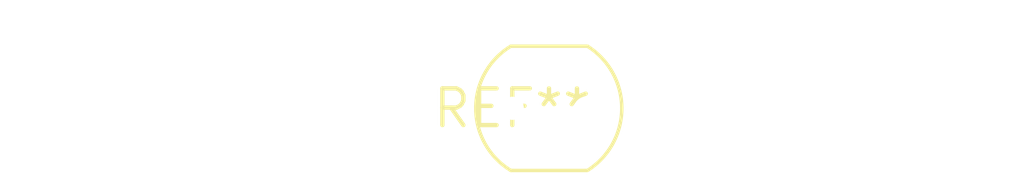
<source format=kicad_pcb>
(kicad_pcb (version 20240108) (generator pcbnew)
  (layers (0 "F.Cu" signal) (31 "B.Cu" signal) (34 "B.Paste" user) (35 "F.Paste" user) (36 "B.SilkS" user "B.Silkscreen") (37 "F.SilkS" user "F.Silkscreen") (38 "B.Mask" user) (39 "F.Mask" user) (44 "Edge.Cuts" user))
  (net 0 "")
  (footprint "R_LDR_4.9x4.2mm_P2.54mm_Vertical" (layer "F.Cu") (at 0 0)
    (property "Reference" "REF**")
    (property "Value" "R_LDR_4.9x4.2mm_P2.54mm_Vertical")
    (fp_line (start -0.05 -2.15) (end 2.6 -2.15) (layer "F.SilkS") (stroke (width 0.12)))
    (fp_line (start -0.05 2.15) (end 2.6 2.15) (layer "F.SilkS") (stroke (width 0.12)))
    (fp_arc (start -0.05 2.15) (mid -1.262424 0.01494) (end -0.075476 -2.134388) (layer "F.SilkS") (stroke (width 0.12)))
    (fp_arc (start 2.6 -2.15) (mid 3.788646 -0.016616) (end 2.628027 2.132145) (layer "F.SilkS") (stroke (width 0.12)))
    (pad "1" thru_hole circle (at 0 0) (size 1.6 1.6) (drill 0.8) (layers *.Cu *.Mask) (remove_unused_layers))
    (pad "2" thru_hole circle (at 2.54 0) (size 1.6 1.6) (drill 0.8) (layers *.Cu *.Mask) (remove_unused_layers))
  )
)
</source>
